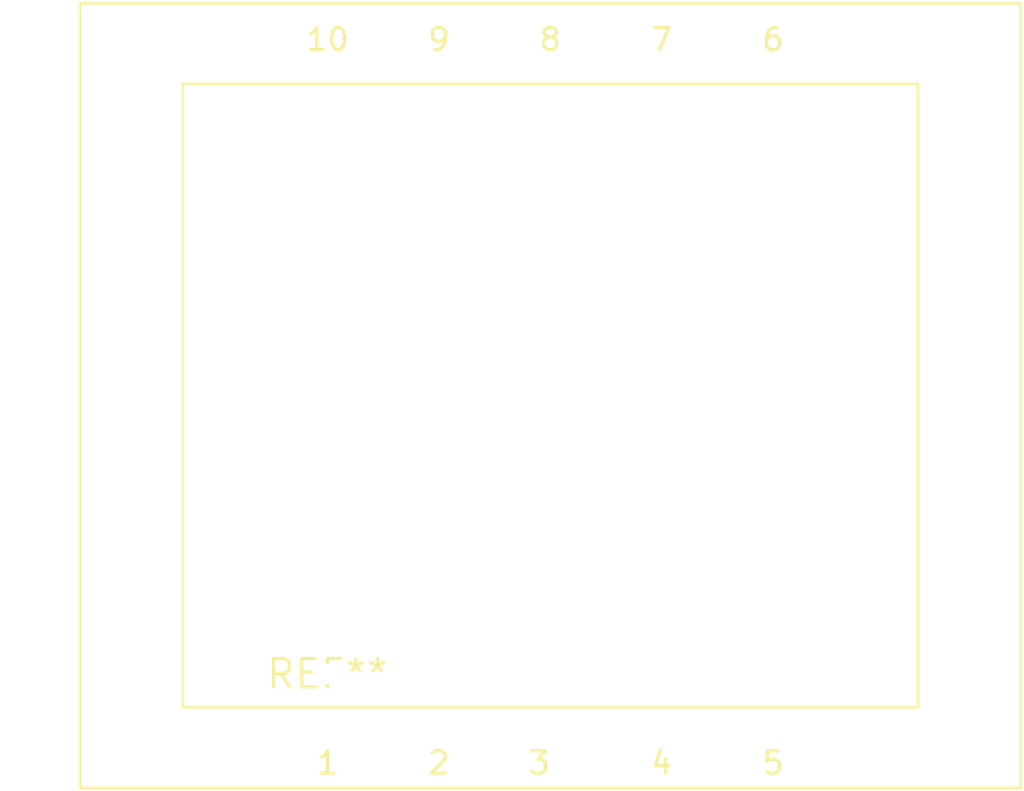
<source format=kicad_pcb>
(kicad_pcb (version 20240108) (generator pcbnew)
  (layers (0 "F.Cu" signal) (31 "B.Cu" signal) (34 "B.Paste" user) (35 "F.Paste" user) (36 "B.SilkS" user "B.Silkscreen") (37 "F.SilkS" user "F.Silkscreen") (38 "B.Mask" user) (39 "F.Mask" user) (44 "Edge.Cuts" user))
  (net 0 "")
  (footprint "Transformer_Breve_TEZ-35x42" (layer "F.Cu") (at 0 0)
    (property "Reference" "REF**")
    (property "Value" "Transformer_Breve_TEZ-35x42")
    (fp_line (start -11.12 -30.12) (end -11.12 5.12) (layer "F.SilkS") (stroke (width 0.12)))
    (fp_line (start -11.12 -30.12) (end 31.12 -30.12) (layer "F.SilkS") (stroke (width 0.12)))
    (fp_line (start -6.5 -26.5) (end 26.5 -26.5) (layer "F.SilkS") (stroke (width 0.12)))
    (fp_line (start -6.5 1.5) (end -6.5 -26.5) (layer "F.SilkS") (stroke (width 0.12)))
    (fp_line (start 26.5 -26.5) (end 26.5 1.5) (layer "F.SilkS") (stroke (width 0.12)))
    (fp_line (start 26.5 1.5) (end -6.5 1.5) (layer "F.SilkS") (stroke (width 0.12)))
    (fp_line (start 31.12 5.12) (end -11.12 5.12) (layer "F.SilkS") (stroke (width 0.12)))
    (fp_line (start 31.12 5.12) (end 31.12 -30.12) (layer "F.SilkS") (stroke (width 0.12)))
    (fp_text user "3" (at 9.5 4 0) (layer "F.SilkS"))
    (fp_text user "4" (at 15 4 0) (layer "F.SilkS"))
    (fp_text user "7" (at 15 -28.5 0) (layer "F.SilkS"))
    (fp_text user "2" (at 5 4 0) (layer "F.SilkS"))
    (fp_text user "6" (at 20 -28.5 0) (layer "F.SilkS"))
    (fp_text user "8" (at 10 -28.5 0) (layer "F.SilkS"))
    (fp_text user "10" (at 0 -28.5 0) (layer "F.SilkS"))
    (fp_text user "5" (at 20 4 0) (layer "F.SilkS"))
    (fp_text user "1" (at 0 4 0) (layer "F.SilkS"))
    (fp_text user "9" (at 5 -28.5 0) (layer "F.SilkS"))
    (pad "1" thru_hole rect (at 0 0) (size 2 2) (drill 0.9) (layers *.Cu *.Mask) (remove_unused_layers))
    (pad "2" thru_hole circle (at 5 0) (size 2 2) (drill 0.9) (layers *.Cu *.Mask) (remove_unused_layers))
    (pad "4" thru_hole circle (at 15 0) (size 2 2) (drill 0.9) (layers *.Cu *.Mask) (remove_unused_layers))
    (pad "5" thru_hole circle (at 20 0) (size 2 2) (drill 0.9) (layers *.Cu *.Mask) (remove_unused_layers))
    (pad "6" thru_hole circle (at 20 -25) (size 2 2) (drill 0.9) (layers *.Cu *.Mask) (remove_unused_layers))
    (pad "7" thru_hole circle (at 15 -25) (size 2 2) (drill 0.9) (layers *.Cu *.Mask) (remove_unused_layers))
    (pad "8" thru_hole circle (at 10 -25) (size 2 2) (drill 0.9) (layers *.Cu *.Mask) (remove_unused_layers))
    (pad "9" thru_hole circle (at 5 -25) (size 2 2) (drill 0.9) (layers *.Cu *.Mask) (remove_unused_layers))
    (pad "10" thru_hole circle (at 0 -25) (size 2 2) (drill 0.9) (layers *.Cu *.Mask) (remove_unused_layers))
  )
)
</source>
